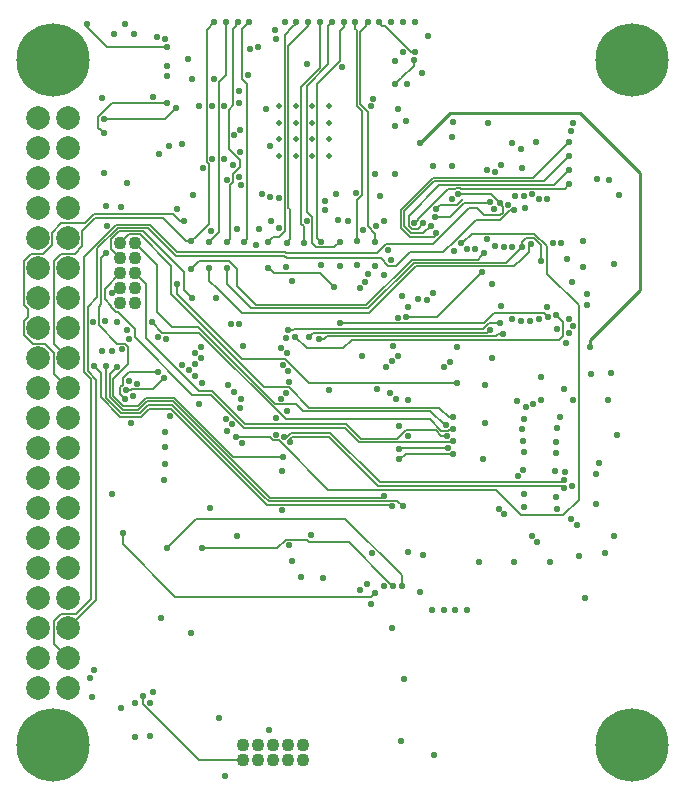
<source format=gbr>
G04 #@! TF.GenerationSoftware,KiCad,Pcbnew,5.1.5+dfsg1-2~bpo10+1*
G04 #@! TF.CreationDate,2020-02-19T22:44:21+01:00*
G04 #@! TF.ProjectId,gem-demo-board,67656d2d-6465-46d6-9f2d-626f6172642e,rev?*
G04 #@! TF.SameCoordinates,Original*
G04 #@! TF.FileFunction,Copper,L4,Inr*
G04 #@! TF.FilePolarity,Positive*
%FSLAX46Y46*%
G04 Gerber Fmt 4.6, Leading zero omitted, Abs format (unit mm)*
G04 Created by KiCad (PCBNEW 5.1.5+dfsg1-2~bpo10+1) date 2020-02-19 22:44:21*
%MOMM*%
%LPD*%
G04 APERTURE LIST*
%ADD10C,1.100000*%
%ADD11C,0.500000*%
%ADD12C,6.200000*%
%ADD13C,2.000000*%
%ADD14C,0.550000*%
%ADD15C,0.150000*%
%ADD16C,0.250000*%
%ADD17C,0.200000*%
G04 APERTURE END LIST*
D10*
X52440000Y-92240000D03*
X52440000Y-93510000D03*
X51170000Y-92240000D03*
X51170000Y-93510000D03*
X49900000Y-92240000D03*
X49900000Y-93510000D03*
X48630000Y-92240000D03*
X48630000Y-93510000D03*
X47360000Y-92240000D03*
X47360000Y-93510000D03*
D11*
X50450000Y-42350000D03*
X51850000Y-42350000D03*
X53250000Y-42350000D03*
X54650000Y-42350000D03*
X50450000Y-40950000D03*
X51850000Y-40950000D03*
X53250000Y-40950000D03*
X54650000Y-40950000D03*
X50450000Y-39550000D03*
X51850000Y-39550000D03*
X53250000Y-39550000D03*
X54650000Y-39550000D03*
X50450000Y-38150000D03*
X51850000Y-38150000D03*
X53250000Y-38150000D03*
X54650000Y-38150000D03*
D10*
X36990000Y-49740000D03*
X38260000Y-49740000D03*
X36990000Y-51010000D03*
X38260000Y-51010000D03*
X36990000Y-52280000D03*
X38260000Y-52280000D03*
X36990000Y-53550000D03*
X38260000Y-53550000D03*
X36990000Y-54820000D03*
X38260000Y-54820000D03*
D12*
X31300000Y-34250000D03*
X31300000Y-92250000D03*
X80300000Y-92250000D03*
X80300000Y-34250000D03*
D13*
X32570000Y-87380000D03*
X30030000Y-87380000D03*
X32570000Y-84840000D03*
X30030000Y-84840000D03*
X32570000Y-82300000D03*
X30030000Y-82300000D03*
X32570000Y-79760000D03*
X30030000Y-79760000D03*
X32570000Y-77220000D03*
X30030000Y-77220000D03*
X32570000Y-74680000D03*
X30030000Y-74680000D03*
X32570000Y-72140000D03*
X30030000Y-72140000D03*
X32570000Y-69600000D03*
X30030000Y-69600000D03*
X32570000Y-67060000D03*
X30030000Y-67060000D03*
X32570000Y-64520000D03*
X30030000Y-64520000D03*
X32570000Y-61980000D03*
X30030000Y-61980000D03*
X32570000Y-59440000D03*
X30030000Y-59440000D03*
X32570000Y-56900000D03*
X30030000Y-56900000D03*
X32570000Y-54360000D03*
X30030000Y-54360000D03*
X32570000Y-51820000D03*
X30030000Y-51820000D03*
X32570000Y-49280000D03*
X30030000Y-49280000D03*
X32570000Y-46740000D03*
X30030000Y-46740000D03*
X32570000Y-44200000D03*
X30030000Y-44200000D03*
X32570000Y-41660000D03*
X30030000Y-41660000D03*
X32570000Y-39120000D03*
X30030000Y-39120000D03*
D14*
X51078649Y-59048649D03*
X69508649Y-72698649D03*
X69835801Y-46504351D03*
X36270000Y-70950000D03*
X68730000Y-49960000D03*
X73970876Y-56979124D03*
X41165000Y-41550000D03*
X35615000Y-43760000D03*
X58274987Y-76000000D03*
X39540000Y-91480000D03*
X39510000Y-88630000D03*
X42770000Y-34120000D03*
X43120000Y-45680000D03*
X53110000Y-74425000D03*
X63580000Y-93040000D03*
X62520000Y-35370000D03*
X58530000Y-43900000D03*
X65290000Y-50370000D03*
X69220000Y-55080000D03*
X74560000Y-62110000D03*
X60300000Y-43850000D03*
X51800000Y-57650000D03*
X74300000Y-49750000D03*
X73900000Y-55800000D03*
X34480494Y-86588254D03*
X34820000Y-85860000D03*
X43700000Y-63375010D03*
X44039117Y-43360883D03*
X75358420Y-56784458D03*
X38200000Y-32050000D03*
X75290000Y-70287510D03*
X74800000Y-51050000D03*
X67900000Y-61750000D03*
X67900000Y-64950000D03*
X67700000Y-68050000D03*
X61400000Y-66050000D03*
X60600000Y-65250000D03*
X61400000Y-63050000D03*
X58700000Y-62050000D03*
X60500000Y-59250000D03*
X60100000Y-58450000D03*
X50200000Y-65950000D03*
X50200000Y-64550000D03*
X51100000Y-63950000D03*
X51300000Y-61450000D03*
X47400000Y-58450000D03*
X51000000Y-57750000D03*
X43900000Y-61550000D03*
X71300000Y-46750000D03*
X76550000Y-55000000D03*
X76550000Y-54000000D03*
X78550000Y-60750000D03*
X78800000Y-51500000D03*
X77300000Y-69250000D03*
X77550000Y-68350000D03*
X78800000Y-74500000D03*
X79050000Y-66000000D03*
X45800000Y-38100000D03*
X44800000Y-38100000D03*
X52300000Y-78000000D03*
X37050000Y-89050000D03*
X55300000Y-45600000D03*
X49800000Y-47850000D03*
X56300000Y-47850000D03*
X57550000Y-48600000D03*
X59300000Y-47850000D03*
X58420000Y-37490000D03*
X60300000Y-39850000D03*
X47135883Y-42014117D03*
X47050000Y-44100000D03*
X45800000Y-42600000D03*
X44800000Y-42600000D03*
X47050000Y-37850000D03*
X47050000Y-36850000D03*
X52800000Y-34600000D03*
X67370000Y-76760000D03*
X70370000Y-76760000D03*
X73370000Y-76760000D03*
X76370000Y-79760000D03*
X51048649Y-62411351D03*
X71831351Y-74521351D03*
X50571351Y-62888649D03*
X72308649Y-74998649D03*
X50761351Y-60081351D03*
X75181351Y-73121351D03*
X51238649Y-60558649D03*
X75658649Y-73598649D03*
X50601351Y-58571351D03*
X69031351Y-72221351D03*
X58270000Y-80250000D03*
X60750000Y-91910000D03*
X58995876Y-45725876D03*
X50670000Y-72350010D03*
X37058471Y-46666283D03*
X41810000Y-46850000D03*
X74700000Y-58220000D03*
X51520000Y-76670000D03*
X75260000Y-53060000D03*
X38920000Y-88060000D03*
X54300000Y-46150000D03*
X59889124Y-51160876D03*
X46875000Y-48550000D03*
X61400000Y-55150000D03*
X79200000Y-45650000D03*
X54700000Y-62150000D03*
X62370000Y-79310000D03*
X59970000Y-82360000D03*
X66370000Y-80760000D03*
X44600000Y-72160000D03*
X73137500Y-46000000D03*
X64888649Y-59761351D03*
X66382500Y-50220000D03*
X59501351Y-60208649D03*
X67057500Y-50220000D03*
X59978649Y-59731351D03*
X69482500Y-50080000D03*
X60328649Y-62908649D03*
X70157500Y-50080000D03*
X59851351Y-62431351D03*
X72462500Y-46000000D03*
X64411351Y-60238649D03*
X77245010Y-71809999D03*
X74997079Y-57354610D03*
X46654986Y-40594838D03*
X75000000Y-56150000D03*
X47139654Y-40125010D03*
X62390000Y-41270000D03*
X76800000Y-58500000D03*
X76816211Y-60834772D03*
X74600000Y-70487500D03*
X51338649Y-66588649D03*
X74600000Y-69812500D03*
X50861351Y-66111351D03*
X42420000Y-47875000D03*
X45920000Y-31040000D03*
X71790000Y-49840000D03*
X44550000Y-49600000D03*
X44550000Y-51840000D03*
X73600000Y-49750000D03*
X45090000Y-54365000D03*
X46930000Y-31040000D03*
X46040000Y-49650000D03*
X46040000Y-51800000D03*
X72660000Y-51280000D03*
X71000000Y-50050000D03*
X65845261Y-49696491D03*
X70980000Y-43410000D03*
X46800000Y-66150000D03*
X41200871Y-64399386D03*
X72200000Y-41150000D03*
X70428868Y-45717220D03*
X38100000Y-62647018D03*
X57294393Y-53569252D03*
X46030000Y-65610000D03*
X38380000Y-61630000D03*
X57719475Y-53044912D03*
X71160000Y-45780000D03*
X46500000Y-65035010D03*
X71880000Y-45605010D03*
X57970000Y-52370000D03*
X45940000Y-64600000D03*
X37705000Y-61380000D03*
X47910000Y-31040000D03*
X61222746Y-55994857D03*
X47090000Y-56590000D03*
X47480000Y-49620000D03*
X67616541Y-52166541D03*
X44930000Y-31040000D03*
X42980000Y-49580000D03*
X42990000Y-51900000D03*
X67810000Y-50575000D03*
X55950000Y-31040000D03*
X53840000Y-57860000D03*
X54020000Y-51590000D03*
X54010000Y-49600000D03*
X69400000Y-57450000D03*
X53920000Y-31040000D03*
X51207227Y-57107594D03*
X51530000Y-52930000D03*
X52570000Y-49680000D03*
X69190000Y-56499999D03*
X51888000Y-31040000D03*
X49550000Y-51830000D03*
X49490000Y-49670000D03*
X57900000Y-78600000D03*
X55100000Y-53450000D03*
X40750000Y-65710000D03*
X40790000Y-67000000D03*
X48480000Y-49860000D03*
X59300000Y-52430000D03*
X47825000Y-35475000D03*
X59700000Y-50300000D03*
X60550000Y-56050000D03*
X46050000Y-44400000D03*
X44650000Y-48675000D03*
X46900000Y-74550000D03*
X40750000Y-68410000D03*
X56890000Y-31040000D03*
X57040000Y-51600000D03*
X57080000Y-49590000D03*
X57280000Y-79110000D03*
X54930000Y-31040000D03*
X73210000Y-55970000D03*
X55640000Y-56525000D03*
X46390000Y-56590000D03*
X55590000Y-51630000D03*
X55600000Y-49600000D03*
X52900000Y-31040000D03*
X52990000Y-57650000D03*
X51070000Y-51790000D03*
X51080000Y-49690000D03*
X68340000Y-57070000D03*
X43700000Y-38150000D03*
X49000000Y-45550000D03*
X49703749Y-45851874D03*
X43050000Y-35850000D03*
X39800000Y-37350000D03*
X37535000Y-44680000D03*
X50474990Y-45950000D03*
X35770000Y-50610000D03*
X43020000Y-82710000D03*
X50700000Y-69050000D03*
X50800000Y-67850000D03*
X75300000Y-63000000D03*
X78300000Y-63000000D03*
X78050000Y-76000000D03*
X45400000Y-89920000D03*
X75820000Y-76260000D03*
X38280000Y-91550000D03*
X38270000Y-88630000D03*
X39790000Y-87700000D03*
X40420000Y-81460000D03*
X34625000Y-88175000D03*
X51280000Y-75300000D03*
X59294989Y-78760000D03*
X74250021Y-64490000D03*
X72450000Y-56130000D03*
X73975010Y-65410000D03*
X71720000Y-56310000D03*
X73900000Y-66560000D03*
X70900000Y-56310000D03*
X73900000Y-67520000D03*
X70130000Y-56130000D03*
X40975020Y-75510000D03*
X68510000Y-53170000D03*
X73100000Y-55150000D03*
X60820000Y-78759996D03*
X43920000Y-75560000D03*
X68436316Y-59493684D03*
X72610000Y-61050000D03*
X60070000Y-78759994D03*
X70560000Y-63060000D03*
X74020000Y-72280000D03*
X71324748Y-63604339D03*
X73880000Y-71220000D03*
X71950000Y-63350000D03*
X74660000Y-69110000D03*
X72600000Y-63020000D03*
X73840000Y-68990000D03*
X43800000Y-59500000D03*
X49570000Y-90980000D03*
X43300000Y-60000000D03*
X43300000Y-59000000D03*
X43800000Y-58500000D03*
X60940000Y-31040000D03*
X63020000Y-32160000D03*
X61950000Y-31040000D03*
X36260000Y-58884659D03*
X35710000Y-56360000D03*
X47150000Y-63650000D03*
X37181843Y-58714583D03*
X36729124Y-56440876D03*
X47200000Y-62900000D03*
X40158916Y-57648667D03*
X34710000Y-56390000D03*
X46600000Y-62300000D03*
X47274980Y-66675000D03*
X42210000Y-60080000D03*
X45870000Y-94810000D03*
X46130000Y-61730000D03*
X43300000Y-61000000D03*
X42790000Y-60490000D03*
X40960000Y-33130000D03*
X57490000Y-59270000D03*
X34170000Y-31210000D03*
X36730000Y-60220000D03*
X59339444Y-71125000D03*
X35820330Y-60109670D03*
X60900000Y-72000000D03*
X34780000Y-60170000D03*
X60050000Y-72000000D03*
X65500000Y-58550000D03*
X71154767Y-64655233D03*
X71050000Y-65480000D03*
X71120000Y-66510000D03*
X71200000Y-67430000D03*
X41775000Y-53220000D03*
X61400000Y-75922500D03*
X62630000Y-76110000D03*
X65500000Y-61550000D03*
X71090000Y-68920000D03*
X70677779Y-69487500D03*
X71210000Y-70960000D03*
X71160000Y-72050000D03*
X65200000Y-64450000D03*
X64559637Y-65150000D03*
X39663251Y-56450000D03*
X36270000Y-53970000D03*
X65200000Y-65450000D03*
X64639844Y-66100001D03*
X65162623Y-66527000D03*
X60600000Y-67150000D03*
X64722702Y-67072702D03*
X43040000Y-54380000D03*
X40850000Y-57830000D03*
X60600000Y-68050000D03*
X65200000Y-67550000D03*
X48670000Y-33130000D03*
X58640000Y-48270000D03*
X52800000Y-47850000D03*
X61200000Y-39350000D03*
X60300000Y-34350000D03*
X55800000Y-34850000D03*
X49670000Y-41500000D03*
X46550000Y-43100000D03*
X47960000Y-33280000D03*
X50175426Y-32482515D03*
X40829710Y-32467692D03*
X35430000Y-37460000D03*
X60500000Y-38350000D03*
X44900000Y-35850000D03*
X50910000Y-31040000D03*
X49360000Y-38390000D03*
X47200000Y-44850000D03*
X58200000Y-38150000D03*
X55400000Y-47750000D03*
X57000000Y-45450000D03*
X57950000Y-31040000D03*
X37199999Y-74260000D03*
X58570000Y-51650000D03*
X58570000Y-49630000D03*
X58540000Y-79390000D03*
X54200000Y-78050000D03*
X40070000Y-32249999D03*
X37910000Y-64920000D03*
X37390000Y-31200000D03*
X40970000Y-34700000D03*
X36460000Y-32040000D03*
X37400000Y-62890000D03*
X40230047Y-60679952D03*
X40250001Y-42160000D03*
X35615000Y-40435000D03*
X37598248Y-57050000D03*
X35915200Y-48255200D03*
X40970000Y-37870000D03*
X37706633Y-57868702D03*
X40920000Y-35540000D03*
X35780000Y-46550000D03*
X41750000Y-38275000D03*
X35615000Y-39260000D03*
X35420000Y-58870000D03*
X37484989Y-62174989D03*
X40717558Y-61146814D03*
X42240000Y-41360000D03*
X78350000Y-44350000D03*
X68120000Y-39560000D03*
X75320656Y-39557156D03*
X77350000Y-44300000D03*
X75170000Y-40210000D03*
X68070000Y-43510000D03*
X76178459Y-49591541D03*
X76210000Y-51720000D03*
X70170000Y-41290000D03*
X63370000Y-80809998D03*
X69272500Y-43107500D03*
X70890000Y-41787500D03*
X64370000Y-80760000D03*
X68709454Y-43710000D03*
X61020000Y-86650000D03*
X65370000Y-80810000D03*
X68675000Y-46869124D03*
X63760000Y-46810000D03*
X68043524Y-49397625D03*
X60840000Y-54199999D03*
X63620000Y-47490000D03*
X62240000Y-54480000D03*
X68292341Y-46232341D03*
X62970000Y-54580000D03*
X65120002Y-43210000D03*
X65125001Y-40760000D03*
X63490000Y-53930000D03*
X63440000Y-43200000D03*
X65170000Y-39509994D03*
X63772124Y-48866124D03*
X75000000Y-41150000D03*
X63300000Y-48250000D03*
X75000000Y-42325000D03*
X62659637Y-48036546D03*
X75000000Y-43550000D03*
X61900000Y-48050000D03*
X75000000Y-44750000D03*
X58910000Y-31040000D03*
X50474990Y-48475000D03*
X61320000Y-36260000D03*
X61970000Y-33510000D03*
X59900000Y-31040000D03*
X61860000Y-34250000D03*
X60275000Y-36270000D03*
X48775000Y-48575000D03*
X60970000Y-33590000D03*
X65116356Y-46017947D03*
X70370000Y-46930000D03*
X69150000Y-46340000D03*
X65630000Y-45580000D03*
X50090000Y-31710000D03*
X54360000Y-46950000D03*
X40730000Y-69820000D03*
D15*
X74522078Y-57582611D02*
X74522078Y-56422078D01*
X74522078Y-56422078D02*
X73900000Y-55800000D01*
X73400000Y-57950000D02*
X73180000Y-57950000D01*
X73180000Y-57950000D02*
X56600000Y-57950000D01*
X74154689Y-57950000D02*
X74522078Y-57582611D01*
X73180000Y-57950000D02*
X74154689Y-57950000D01*
X56600000Y-57950000D02*
X55900000Y-58650000D01*
X52800000Y-58650000D02*
X51800000Y-57650000D01*
X55900000Y-58650000D02*
X52800000Y-58650000D01*
X38920000Y-88735602D02*
X38920000Y-88448908D01*
X43694398Y-93510000D02*
X38920000Y-88735602D01*
X38920000Y-88448908D02*
X38920000Y-88060000D01*
X47360000Y-93510000D02*
X43694398Y-93510000D01*
D16*
X81040000Y-53670000D02*
X76800000Y-57910000D01*
X76800000Y-57910000D02*
X76800000Y-58500000D01*
X81040000Y-43820000D02*
X81040000Y-53670000D01*
X75950000Y-38730000D02*
X81040000Y-43820000D01*
X64930000Y-38730000D02*
X75950000Y-38730000D01*
X62390000Y-41270000D02*
X64930000Y-38730000D01*
D17*
X58832690Y-70312500D02*
X74425000Y-70312500D01*
X74425000Y-70312500D02*
X74600000Y-70487500D01*
X54632690Y-66112500D02*
X58832690Y-70312500D01*
X51567310Y-66112500D02*
X54632690Y-66112500D01*
X51338649Y-66588649D02*
X51338649Y-66341161D01*
X51338649Y-66341161D02*
X51567310Y-66112500D01*
X74425000Y-69987500D02*
X74600000Y-69812500D01*
X50861351Y-66111351D02*
X51108839Y-66111351D01*
X54767310Y-65787500D02*
X58967310Y-69987500D01*
X51108839Y-66111351D02*
X51432690Y-65787500D01*
X58967310Y-69987500D02*
X74425000Y-69987500D01*
X51432690Y-65787500D02*
X54767310Y-65787500D01*
D15*
X34015078Y-48070000D02*
X32003998Y-48070000D01*
X32003998Y-48070000D02*
X31230001Y-48843997D01*
X31369999Y-59003997D02*
X31369999Y-60779999D01*
X31230001Y-48843997D02*
X31230001Y-49856001D01*
X29185000Y-55291002D02*
X29185000Y-55968998D01*
X28829999Y-56323999D02*
X28829999Y-57476001D01*
X31230001Y-49856001D02*
X30466003Y-50619999D01*
X28829999Y-57476001D02*
X29593997Y-58239999D01*
X30466003Y-50619999D02*
X29453999Y-50619999D01*
X29453999Y-50619999D02*
X28829999Y-51243999D01*
X28829999Y-51243999D02*
X28829999Y-54936001D01*
X28829999Y-54936001D02*
X29185000Y-55291002D01*
X31369999Y-60779999D02*
X31570001Y-60980001D01*
X29185000Y-55968998D02*
X28829999Y-56323999D01*
X29593997Y-58239999D02*
X30606001Y-58239999D01*
X30606001Y-58239999D02*
X31369999Y-59003997D01*
X31570001Y-60980001D02*
X32570000Y-61980000D01*
X42420000Y-47875000D02*
X42031092Y-47875000D01*
X41456082Y-47299990D02*
X34785088Y-47299990D01*
X42031092Y-47875000D02*
X41456082Y-47299990D01*
X34785088Y-47299990D02*
X34015078Y-48070000D01*
X45930000Y-35523002D02*
X45930000Y-32030000D01*
X45930000Y-32030000D02*
X45920000Y-32020000D01*
X45930000Y-32030000D02*
X45930000Y-31540000D01*
X45920000Y-32020000D02*
X45920000Y-31040000D01*
X71630000Y-50000000D02*
X71790000Y-49840000D01*
X71630000Y-50460000D02*
X71630000Y-50000000D01*
X70740000Y-51350000D02*
X71630000Y-50460000D01*
X70700000Y-51350000D02*
X70740000Y-51350000D01*
X47300000Y-55650000D02*
X45800000Y-54150000D01*
X70700000Y-51350000D02*
X70380000Y-51670000D01*
X58100000Y-55650000D02*
X47300000Y-55650000D01*
X62080000Y-51670000D02*
X58100000Y-55650000D01*
X70380000Y-51670000D02*
X62080000Y-51670000D01*
X45800000Y-54150000D02*
X45305000Y-53655000D01*
X45324999Y-48825001D02*
X45324999Y-36128003D01*
X44550000Y-49600000D02*
X45324999Y-48825001D01*
X45324999Y-36128003D02*
X45930000Y-35523002D01*
X45305000Y-53655000D02*
X45200000Y-53550000D01*
X44550000Y-51840000D02*
X44550000Y-52900000D01*
X44550000Y-52900000D02*
X45305000Y-53655000D01*
X46830000Y-31120000D02*
X46930000Y-31020000D01*
X46830000Y-31370000D02*
X46830000Y-31120000D01*
X71000000Y-49661092D02*
X71391092Y-49270000D01*
X71000000Y-50050000D02*
X71000000Y-49661092D01*
X72030000Y-49270000D02*
X72660000Y-49900000D01*
X71391092Y-49270000D02*
X72030000Y-49270000D01*
X72660000Y-49900000D02*
X72660000Y-51280000D01*
X48100000Y-55250000D02*
X58000000Y-55250000D01*
X46530000Y-53680000D02*
X48100000Y-55250000D01*
X58000000Y-55250000D02*
X61855010Y-51394990D01*
X61855010Y-51394990D02*
X69655010Y-51394990D01*
X69655010Y-51394990D02*
X71000000Y-50050000D01*
X46574999Y-31625001D02*
X46830000Y-31370000D01*
X46179985Y-38473015D02*
X46574999Y-38078001D01*
X46906998Y-43540000D02*
X47150000Y-43296998D01*
X47150000Y-42731236D02*
X46179985Y-41761221D01*
X46179985Y-41761221D02*
X46179985Y-38473015D01*
X47150000Y-43296998D02*
X47150000Y-42731236D01*
X46574999Y-38078001D02*
X46574999Y-31625001D01*
X46314999Y-49375001D02*
X46314999Y-44838003D01*
X46574999Y-43871999D02*
X46906998Y-43540000D01*
X46040000Y-49650000D02*
X46314999Y-49375001D01*
X46574999Y-44578003D02*
X46574999Y-43871999D01*
X46314999Y-44838003D02*
X46574999Y-44578003D01*
X46530000Y-53680000D02*
X46400000Y-53550000D01*
X46040000Y-51800000D02*
X46040000Y-53190000D01*
X46040000Y-53190000D02*
X46530000Y-53680000D01*
X65891752Y-49650000D02*
X65845261Y-49696491D01*
X66060000Y-49650000D02*
X65891752Y-49650000D01*
X66787376Y-48922624D02*
X66060000Y-49650000D01*
X72071546Y-48922624D02*
X66787376Y-48922624D01*
X49696998Y-66150000D02*
X49971999Y-66425001D01*
X46800000Y-66150000D02*
X49696998Y-66150000D01*
X68772510Y-70612510D02*
X70920000Y-72760000D01*
X73135001Y-49986079D02*
X72071546Y-48922624D01*
X70920000Y-72760000D02*
X74520000Y-72760000D01*
X50428001Y-66425001D02*
X54615510Y-70612510D01*
X74520000Y-72760000D02*
X75833421Y-71446579D01*
X54615510Y-70612510D02*
X68772510Y-70612510D01*
X49971999Y-66425001D02*
X50428001Y-66425001D01*
X75833421Y-71446579D02*
X75833421Y-55003421D01*
X75833421Y-55003421D02*
X73135001Y-52305001D01*
X73135001Y-52305001D02*
X73135001Y-49986079D01*
X47754999Y-49345001D02*
X47754999Y-36248003D01*
X47480000Y-49620000D02*
X47754999Y-49345001D01*
X47349999Y-31600001D02*
X47910000Y-31040000D01*
X47754999Y-36248003D02*
X47349999Y-35843003D01*
X47349999Y-35843003D02*
X47349999Y-31600001D01*
X67616541Y-52166541D02*
X63788225Y-55994857D01*
X63788225Y-55994857D02*
X61222746Y-55994857D01*
X40586092Y-47575000D02*
X34899000Y-47575000D01*
X33770001Y-49995999D02*
X33146001Y-50619999D01*
X34899000Y-47575000D02*
X33770001Y-48703999D01*
X33770001Y-48703999D02*
X33770001Y-49995999D01*
X31369999Y-51243999D02*
X31369999Y-58239999D01*
X33146001Y-50619999D02*
X31993999Y-50619999D01*
X31369999Y-58239999D02*
X31570001Y-58440001D01*
X31993999Y-50619999D02*
X31369999Y-51243999D01*
X31570001Y-58440001D02*
X32570000Y-59440000D01*
X42980000Y-49580000D02*
X42591092Y-49580000D01*
X42591092Y-49580000D02*
X40586092Y-47575000D01*
X44630000Y-31420000D02*
X44630000Y-31390000D01*
X44630000Y-31390000D02*
X44930000Y-31090000D01*
X46870000Y-53330000D02*
X48514990Y-54974990D01*
X48514990Y-54974990D02*
X57843932Y-54974990D01*
X57843932Y-54974990D02*
X61698942Y-51119980D01*
X46870000Y-51926998D02*
X46870000Y-53330000D01*
X46203002Y-51260000D02*
X46870000Y-51926998D01*
X43630000Y-51260000D02*
X46203002Y-51260000D01*
X67535001Y-50849999D02*
X67810000Y-50575000D01*
X42990000Y-51900000D02*
X43630000Y-51260000D01*
X61698942Y-51119980D02*
X67265020Y-51119980D01*
X67265020Y-51119980D02*
X67535001Y-50849999D01*
X44324999Y-31725001D02*
X44630000Y-31420000D01*
X43323001Y-49305001D02*
X44514118Y-48113884D01*
X44514118Y-43017120D02*
X44324999Y-42828001D01*
X43254999Y-49305001D02*
X43323001Y-49305001D01*
X42980000Y-49580000D02*
X43254999Y-49305001D01*
X44514118Y-48113884D02*
X44514118Y-43017120D01*
X44324999Y-42828001D02*
X44324999Y-31725001D01*
X53840000Y-57860000D02*
X54228908Y-57860000D01*
X54483897Y-57605011D02*
X68856081Y-57605011D01*
X68856081Y-57605011D02*
X69011092Y-57450000D01*
X69011092Y-57450000D02*
X69400000Y-57450000D01*
X54228908Y-57860000D02*
X54483897Y-57605011D01*
X55950000Y-31420000D02*
X55950000Y-31070000D01*
X55604990Y-31765010D02*
X55950000Y-31420000D01*
X54010000Y-49600000D02*
X53700001Y-49290001D01*
X55604990Y-34345010D02*
X55604990Y-31765010D01*
X53700001Y-49290001D02*
X53700001Y-36249999D01*
X53700001Y-36249999D02*
X55604990Y-34345010D01*
X53940000Y-31100000D02*
X53920000Y-31080000D01*
X53940000Y-31250000D02*
X53940000Y-31100000D01*
X53940000Y-34870000D02*
X53940000Y-31250000D01*
X52324999Y-36485001D02*
X53940000Y-34870000D01*
X52324999Y-43345001D02*
X52324999Y-36485001D01*
X52570000Y-48323002D02*
X52324999Y-48078001D01*
X52570000Y-49680000D02*
X52570000Y-48323002D01*
X52324999Y-48078001D02*
X52324999Y-43345001D01*
X51207227Y-57107594D02*
X51596135Y-57107594D01*
X68206999Y-56499999D02*
X68801092Y-56499999D01*
X51596135Y-57107594D02*
X51703728Y-57000001D01*
X67706997Y-57000001D02*
X68206999Y-56499999D01*
X51703728Y-57000001D02*
X67706997Y-57000001D01*
X68801092Y-56499999D02*
X69190000Y-56499999D01*
X55100000Y-53450000D02*
X53915001Y-52265001D01*
X53915001Y-52265001D02*
X49985001Y-52265001D01*
X49985001Y-52265001D02*
X49824999Y-52104999D01*
X49824999Y-52104999D02*
X49550000Y-51830000D01*
X55000000Y-53550000D02*
X55100000Y-53450000D01*
X51565000Y-31463000D02*
X51888000Y-31140000D01*
X50950000Y-32078000D02*
X51565000Y-31463000D01*
X49945001Y-49214999D02*
X50463003Y-49214999D01*
X49490000Y-49670000D02*
X49945001Y-49214999D01*
X50950000Y-48728002D02*
X50950000Y-32078000D01*
X50463003Y-49214999D02*
X50950000Y-48728002D01*
X57040000Y-31720000D02*
X56890000Y-31570000D01*
X56890000Y-31570000D02*
X56890000Y-31030000D01*
X57475001Y-38565001D02*
X57040000Y-38130000D01*
X57040000Y-38130000D02*
X57040000Y-31720000D01*
X57475001Y-45678001D02*
X57475001Y-38565001D01*
X57080000Y-48833002D02*
X57074999Y-48828001D01*
X57074999Y-46078003D02*
X57475001Y-45678001D01*
X57080000Y-49590000D02*
X57080000Y-48833002D01*
X57074999Y-48828001D02*
X57074999Y-46078003D01*
X53275001Y-49755001D02*
X53275001Y-47555001D01*
X53595001Y-50075001D02*
X53275001Y-49755001D01*
X53275001Y-47555001D02*
X52799999Y-47079999D01*
X52799999Y-47079999D02*
X52799999Y-36398923D01*
X55600000Y-49600000D02*
X55124999Y-50075001D01*
X55124999Y-50075001D02*
X53595001Y-50075001D01*
X52799999Y-36398923D02*
X54620000Y-34578922D01*
X54620000Y-34578922D02*
X54620000Y-31360000D01*
X54620000Y-31360000D02*
X54930000Y-31050000D01*
X55640000Y-56525000D02*
X67793076Y-56525000D01*
X72935001Y-55695001D02*
X73210000Y-55970000D01*
X67793076Y-56525000D02*
X68663077Y-55654999D01*
X68663077Y-55654999D02*
X72894999Y-55654999D01*
X72894999Y-55654999D02*
X72935001Y-55695001D01*
X51225010Y-33014990D02*
X52870000Y-31370000D01*
X51225010Y-46725010D02*
X51225010Y-33014990D01*
X51354999Y-49415001D02*
X51354999Y-46854999D01*
X51080000Y-49690000D02*
X51354999Y-49415001D01*
X51354999Y-46854999D02*
X51225010Y-46725010D01*
X52990000Y-57650000D02*
X53310000Y-57330000D01*
X53310000Y-57330000D02*
X68080000Y-57330000D01*
X68080000Y-57330000D02*
X68340000Y-57070000D01*
X52870000Y-31070000D02*
X52900000Y-31040000D01*
X52870000Y-31370000D02*
X52870000Y-31070000D01*
X50800000Y-67850000D02*
X46588922Y-67850000D01*
X46588922Y-67850000D02*
X41588902Y-62849980D01*
X35495001Y-50884999D02*
X35770000Y-50610000D01*
X37230000Y-63500000D02*
X37009988Y-63279988D01*
X36395010Y-62655010D02*
X36395010Y-61257992D01*
X37009988Y-63279988D02*
X37009988Y-63269988D01*
X36395010Y-61257992D02*
X37656844Y-59996158D01*
X37656844Y-59996158D02*
X37656844Y-58486582D01*
X37009988Y-63269988D02*
X36395010Y-62655010D01*
X38501078Y-63500000D02*
X37230000Y-63500000D01*
X35410000Y-50970000D02*
X35495001Y-50884999D01*
X35185001Y-55104999D02*
X35410000Y-54880000D01*
X41588902Y-62849980D02*
X39151098Y-62849980D01*
X36746580Y-58239582D02*
X35185001Y-56678003D01*
X35410000Y-54880000D02*
X35410000Y-50970000D01*
X35185001Y-56678003D02*
X35185001Y-55104999D01*
X37656844Y-58486582D02*
X37409844Y-58239582D01*
X39151098Y-62849980D02*
X38501078Y-63500000D01*
X37409844Y-58239582D02*
X36746580Y-58239582D01*
X56048906Y-73100000D02*
X60820000Y-77871094D01*
X60820000Y-78371088D02*
X60820000Y-78759996D01*
X43385020Y-73100000D02*
X56048906Y-73100000D01*
X60820000Y-77871094D02*
X60820000Y-78371088D01*
X40975020Y-75510000D02*
X43385020Y-73100000D01*
X59795001Y-78484995D02*
X60070000Y-78759994D01*
X53011998Y-75030000D02*
X56340006Y-75030000D01*
X56340006Y-75030000D02*
X59795001Y-78484995D01*
X51025001Y-74824999D02*
X52806997Y-74824999D01*
X52806997Y-74824999D02*
X53011998Y-75030000D01*
X43920000Y-75560000D02*
X50290000Y-75560000D01*
X50290000Y-75560000D02*
X51025001Y-74824999D01*
X34170000Y-31410000D02*
X35890000Y-33130000D01*
X34170000Y-31210000D02*
X34170000Y-31410000D01*
X35890000Y-33130000D02*
X40960000Y-33130000D01*
X38520000Y-63870000D02*
X37200000Y-63870000D01*
X36120000Y-60830000D02*
X36730000Y-60220000D01*
X39265010Y-63124990D02*
X38520000Y-63870000D01*
X59339444Y-71125000D02*
X59164444Y-71300000D01*
X37200000Y-63870000D02*
X36120000Y-62790000D01*
X59164444Y-71300000D02*
X49650000Y-71300000D01*
X49650000Y-71300000D02*
X41474990Y-63124990D01*
X36120000Y-62790000D02*
X36120000Y-60830000D01*
X41474990Y-63124990D02*
X39265010Y-63124990D01*
X39378923Y-63400001D02*
X38633913Y-64145011D01*
X35820330Y-60498578D02*
X35820330Y-60109670D01*
X38633913Y-64145011D02*
X37086086Y-64145010D01*
X41350000Y-63400000D02*
X39378923Y-63400001D01*
X37086086Y-64145010D02*
X35820330Y-62879254D01*
X35820330Y-62879254D02*
X35820330Y-60498578D01*
X60424999Y-71524999D02*
X60900000Y-72000000D01*
X57750000Y-71600000D02*
X59788922Y-71600000D01*
X59863923Y-71524999D02*
X60424999Y-71524999D01*
X59788922Y-71600000D02*
X59863923Y-71524999D01*
X49561078Y-71600000D02*
X57750000Y-71600000D01*
X41350000Y-63400000D02*
X49200000Y-71250000D01*
X49200000Y-71250000D02*
X49211078Y-71250000D01*
X49211078Y-71250000D02*
X49561078Y-71600000D01*
X41250000Y-63400000D02*
X41350000Y-63400000D01*
X35350000Y-60700000D02*
X34980000Y-60330000D01*
X35350000Y-62797848D02*
X35350000Y-60700000D01*
X36972172Y-64420020D02*
X35350000Y-62797848D01*
X38747825Y-64420021D02*
X36972172Y-64420020D01*
X39420000Y-63747848D02*
X38747825Y-64420021D01*
X60050000Y-72000000D02*
X59925010Y-71875010D01*
X59925010Y-71875010D02*
X49425010Y-71875010D01*
X49425010Y-71875010D02*
X41297848Y-63747848D01*
X41297848Y-63747848D02*
X39420000Y-63747848D01*
X53000000Y-61550000D02*
X50973650Y-59523650D01*
X41775000Y-54025000D02*
X41775000Y-53220000D01*
X65500000Y-61550000D02*
X53000000Y-61550000D01*
X50973650Y-59523650D02*
X47273650Y-59523650D01*
X47273650Y-59523650D02*
X41775000Y-54025000D01*
X41299999Y-51639999D02*
X41300000Y-54050000D01*
X37740001Y-48989999D02*
X38649999Y-48989999D01*
X38649999Y-48989999D02*
X41299999Y-51639999D01*
X41300000Y-54050000D02*
X49175001Y-61925001D01*
X36990000Y-49740000D02*
X37740001Y-48989999D01*
X49175001Y-61925001D02*
X51265301Y-61925001D01*
X51265301Y-61925001D02*
X52990300Y-63650000D01*
X52990300Y-63650000D02*
X64011092Y-63650000D01*
X64011092Y-63650000D02*
X64811092Y-64450000D01*
X64811092Y-64450000D02*
X65200000Y-64450000D01*
X40080000Y-55530000D02*
X41400000Y-56850000D01*
X41400000Y-56850000D02*
X43600000Y-56850000D01*
X40080000Y-51560000D02*
X40080000Y-55530000D01*
X38260000Y-49740000D02*
X40080000Y-51560000D01*
X51913650Y-63363650D02*
X52475010Y-63925010D01*
X43600000Y-56850000D02*
X50113650Y-63363650D01*
X50113650Y-63363650D02*
X51913650Y-63363650D01*
X52475010Y-63925010D02*
X54300000Y-63925010D01*
X54300000Y-63925010D02*
X54100000Y-63925010D01*
X61224990Y-63925010D02*
X54300000Y-63925010D01*
X64559637Y-65236546D02*
X63248101Y-63925010D01*
X63248101Y-63925010D02*
X61224990Y-63925010D01*
X40575001Y-57325001D02*
X40538252Y-57325001D01*
X40538252Y-57325001D02*
X39663251Y-56450000D01*
X36690000Y-53550000D02*
X36270000Y-53970000D01*
X36990000Y-53550000D02*
X36690000Y-53550000D01*
X51000000Y-64650000D02*
X43675001Y-57325001D01*
X43675001Y-57325001D02*
X40575001Y-57325001D01*
X63188792Y-64650000D02*
X51000000Y-64650000D01*
X64163793Y-65625001D02*
X63188792Y-64650000D01*
X65200000Y-65450000D02*
X64962639Y-65450000D01*
X64787638Y-65625001D02*
X64163793Y-65625001D01*
X64962639Y-65450000D02*
X64787638Y-65625001D01*
X64600000Y-66040000D02*
X64639844Y-66079844D01*
X63724869Y-65574999D02*
X64189870Y-66040000D01*
X61171999Y-65574999D02*
X63724869Y-65574999D01*
X64639844Y-66079844D02*
X64639844Y-66100001D01*
X39160000Y-53170000D02*
X39160000Y-57733002D01*
X64189870Y-66040000D02*
X64600000Y-66040000D01*
X38819999Y-52829999D02*
X39160000Y-53170000D01*
X38809999Y-52829999D02*
X38819999Y-52829999D01*
X60446420Y-66300578D02*
X61171999Y-65574999D01*
X39160000Y-57733002D02*
X43666998Y-62240000D01*
X38260000Y-52280000D02*
X38809999Y-52829999D01*
X43666998Y-62240000D02*
X44778922Y-62240000D01*
X44778922Y-62240000D02*
X47563923Y-65025001D01*
X47563923Y-65025001D02*
X56095001Y-65025001D01*
X56095001Y-65025001D02*
X57370578Y-66300578D01*
X57370578Y-66300578D02*
X60446420Y-66300578D01*
X36239999Y-55019999D02*
X36239999Y-55180001D01*
X36239999Y-55180001D02*
X36629999Y-55570001D01*
X35685010Y-54465010D02*
X36239999Y-55019999D01*
X36990000Y-52280000D02*
X35685010Y-53584990D01*
X35685010Y-53584990D02*
X35685010Y-54465010D01*
X36629999Y-55570001D02*
X36790001Y-55570001D01*
X38219382Y-57669382D02*
X43100000Y-62550000D01*
X43100000Y-62550000D02*
X44700000Y-62550000D01*
X36790001Y-55570001D02*
X38219382Y-56999382D01*
X38219382Y-56999382D02*
X38219382Y-57669382D01*
X44700000Y-62550000D02*
X46500000Y-64350000D01*
X46500000Y-64350000D02*
X46400000Y-64250000D01*
X47500000Y-65350000D02*
X46500000Y-64350000D01*
X64867366Y-66575588D02*
X57225588Y-66575588D01*
X64915954Y-66527000D02*
X64867366Y-66575588D01*
X57225588Y-66575588D02*
X56000000Y-65350000D01*
X65162623Y-66527000D02*
X64915954Y-66527000D01*
X56000000Y-65350000D02*
X47500000Y-65350000D01*
X64722702Y-67072702D02*
X60677298Y-67072702D01*
X60677298Y-67072702D02*
X60600000Y-67150000D01*
X36905007Y-48714991D02*
X38944991Y-48714991D01*
X36239999Y-49379999D02*
X36905007Y-48714991D01*
X38944991Y-48714991D02*
X42394999Y-52164999D01*
X36990000Y-51010000D02*
X36239999Y-50259999D01*
X42394999Y-53734999D02*
X43040000Y-54380000D01*
X36239999Y-50259999D02*
X36239999Y-49379999D01*
X42394999Y-52164999D02*
X42394999Y-53734999D01*
X61200000Y-67550000D02*
X60700000Y-68050000D01*
X60700000Y-68050000D02*
X60600000Y-68050000D01*
X65200000Y-67550000D02*
X61200000Y-67550000D01*
X37199999Y-74260000D02*
X37199999Y-75238908D01*
X58260000Y-79670000D02*
X58540000Y-79390000D01*
X37199999Y-75238908D02*
X41631091Y-79670000D01*
X41631091Y-79670000D02*
X58260000Y-79670000D01*
X57970000Y-38623002D02*
X57315010Y-37968012D01*
X57315010Y-37968012D02*
X57315010Y-31814990D01*
X58570000Y-49630000D02*
X58570000Y-48916998D01*
X57970000Y-48316998D02*
X57970000Y-38623002D01*
X58570000Y-48916998D02*
X57970000Y-48316998D01*
X57800000Y-31330000D02*
X57800000Y-31160000D01*
X57800000Y-31160000D02*
X57950000Y-31010000D01*
X57315010Y-31814990D02*
X57800000Y-31330000D01*
X39489952Y-60679952D02*
X39841139Y-60679952D01*
X38627046Y-60679952D02*
X39489952Y-60679952D01*
X37229999Y-61726977D02*
X37229999Y-61151999D01*
X37009988Y-61946988D02*
X37193488Y-61763488D01*
X37193488Y-61763488D02*
X37229999Y-61726977D01*
X37229999Y-61151999D02*
X37702046Y-60679952D01*
X37702046Y-60679952D02*
X39489952Y-60679952D01*
X37400000Y-62890000D02*
X37009988Y-62499988D01*
X39841139Y-60679952D02*
X40230047Y-60679952D01*
X37009988Y-62499988D02*
X37009988Y-61946988D01*
X40970000Y-37870000D02*
X36301998Y-37870000D01*
X36301998Y-37870000D02*
X35139999Y-39031999D01*
X35139999Y-39959999D02*
X35340001Y-40160001D01*
X35139999Y-39031999D02*
X35139999Y-39959999D01*
X35340001Y-40160001D02*
X35615000Y-40435000D01*
X41750000Y-38275000D02*
X40765000Y-39260000D01*
X40765000Y-39260000D02*
X35615000Y-39260000D01*
X37484989Y-62174989D02*
X37873897Y-62174989D01*
X39749371Y-62115001D02*
X40442559Y-61421813D01*
X37873897Y-62174989D02*
X37933885Y-62115001D01*
X40442559Y-61421813D02*
X40717558Y-61146814D01*
X37933885Y-62115001D02*
X39749371Y-62115001D01*
X63760000Y-46810000D02*
X64034999Y-46535001D01*
X68620000Y-46814124D02*
X68675000Y-46869124D01*
X65484999Y-46535001D02*
X65995887Y-46024113D01*
X64034999Y-46535001D02*
X65484999Y-46535001D01*
X63620000Y-47490000D02*
X64918924Y-47490000D01*
X64918924Y-47490000D02*
X66078912Y-46330012D01*
X68194670Y-46330012D02*
X68292341Y-46232341D01*
X67090012Y-46330012D02*
X68194670Y-46330012D01*
X66078912Y-46330012D02*
X67090012Y-46330012D01*
X63772124Y-48973876D02*
X63772124Y-48866124D01*
X63572000Y-49174000D02*
X63772124Y-48973876D01*
X61540000Y-49174000D02*
X63572000Y-49174000D01*
X60778000Y-48412000D02*
X61540000Y-49174000D01*
X60778000Y-46888000D02*
X60778000Y-48412000D01*
X63486000Y-44180000D02*
X60778000Y-46888000D01*
X71970000Y-44180000D02*
X63486000Y-44180000D01*
X75000000Y-41150000D02*
X71970000Y-44180000D01*
X61053010Y-48298088D02*
X61653912Y-48898990D01*
X61053010Y-47001912D02*
X61053010Y-48298088D01*
X63599912Y-44455010D02*
X61053010Y-47001912D01*
X75000000Y-42325000D02*
X72869990Y-44455010D01*
X61653912Y-48898990D02*
X62651010Y-48898990D01*
X62651010Y-48898990D02*
X63300000Y-48250000D01*
X72869990Y-44455010D02*
X63599912Y-44455010D01*
X61671999Y-48525001D02*
X62171182Y-48525001D01*
X62171182Y-48525001D02*
X62659637Y-48036546D01*
X61424999Y-48278001D02*
X61671999Y-48525001D01*
X64010011Y-44829989D02*
X61424999Y-47415001D01*
X61424999Y-47415001D02*
X61424999Y-48278001D01*
X75000000Y-43550000D02*
X73720011Y-44829989D01*
X73720011Y-44829989D02*
X64010011Y-44829989D01*
X62174999Y-47691999D02*
X64736998Y-45130000D01*
X64736998Y-45130000D02*
X65376998Y-45130000D01*
X65883002Y-45130000D02*
X74620000Y-45130000D01*
X74620000Y-45130000D02*
X75000000Y-44750000D01*
X65376998Y-45130000D02*
X65401999Y-45104999D01*
X65401999Y-45104999D02*
X65858001Y-45104999D01*
X61900000Y-48050000D02*
X62174999Y-47775001D01*
X62174999Y-47775001D02*
X62174999Y-47691999D01*
X65858001Y-45104999D02*
X65883002Y-45130000D01*
X59184999Y-31314999D02*
X58910000Y-31040000D01*
X59386091Y-31314999D02*
X59184999Y-31314999D01*
X61581092Y-33510000D02*
X59386091Y-31314999D01*
X61970000Y-33510000D02*
X61581092Y-33510000D01*
X61860000Y-34710000D02*
X61860000Y-34250000D01*
X60785001Y-35784999D02*
X61860000Y-34710000D01*
X60275000Y-36270000D02*
X60760001Y-35784999D01*
X60760001Y-35784999D02*
X60785001Y-35784999D01*
X69970000Y-46960000D02*
X70340000Y-46960000D01*
X70340000Y-46960000D02*
X70370000Y-46930000D01*
X69170000Y-47760000D02*
X69970000Y-46960000D01*
X67110000Y-47760000D02*
X69170000Y-47760000D01*
X65820000Y-49050000D02*
X67110000Y-47760000D01*
X65820000Y-49050000D02*
X65800000Y-49030000D01*
X65430000Y-49440000D02*
X65820000Y-49050000D01*
X41720000Y-50790000D02*
X50906998Y-50790000D01*
X39369981Y-48439981D02*
X41720000Y-50790000D01*
X50906998Y-50790000D02*
X51136998Y-51020000D01*
X61500000Y-50510000D02*
X64360000Y-50510000D01*
X36791095Y-48439981D02*
X39369981Y-48439981D01*
X64360000Y-50510000D02*
X65430000Y-49440000D01*
X34950009Y-79919991D02*
X34950009Y-61280009D01*
X32570000Y-82300000D02*
X34950009Y-79919991D01*
X34950009Y-61280009D02*
X34234999Y-60564999D01*
X35060000Y-50171076D02*
X36791095Y-48439981D01*
X35060000Y-54330000D02*
X35060000Y-50171076D01*
X34234999Y-55155001D02*
X35060000Y-54330000D01*
X34234999Y-60564999D02*
X34234999Y-55155001D01*
X51136998Y-51020000D02*
X59045246Y-51020000D01*
X59045246Y-51020000D02*
X59661123Y-51635877D01*
X59661123Y-51635877D02*
X60374123Y-51635877D01*
X60374123Y-51635877D02*
X61500000Y-50510000D01*
X65630000Y-45580000D02*
X68390000Y-45580000D01*
X68390000Y-45580000D02*
X69150000Y-46340000D01*
X65630000Y-45580000D02*
X65630000Y-45530000D01*
X33250001Y-81099999D02*
X34500000Y-79850000D01*
X69390000Y-47140000D02*
X69390000Y-46820000D01*
X31993999Y-81099999D02*
X33250001Y-81099999D01*
X67216998Y-46790000D02*
X67771123Y-47344125D01*
X66520000Y-46790000D02*
X67216998Y-46790000D01*
X31369999Y-81723999D02*
X31993999Y-81099999D01*
X51020912Y-50514990D02*
X51033923Y-50528001D01*
X34500000Y-61218924D02*
X33959988Y-60678912D01*
X59471999Y-49824999D02*
X63485001Y-49824999D01*
X63485001Y-49824999D02*
X66520000Y-46790000D01*
X69185875Y-47344125D02*
X69390000Y-47140000D01*
X39483895Y-48164971D02*
X41833913Y-50514989D01*
X34500000Y-79850000D02*
X34500000Y-61218924D01*
X36677182Y-48164970D02*
X39483895Y-48164971D01*
X58768997Y-50528001D02*
X59471999Y-49824999D01*
X32570000Y-84840000D02*
X31369999Y-83639999D01*
X33959988Y-60678912D02*
X33959988Y-50882164D01*
X31369999Y-83639999D02*
X31369999Y-81723999D01*
X51033923Y-50528001D02*
X58768997Y-50528001D01*
X67771123Y-47344125D02*
X69185875Y-47344125D01*
X41833913Y-50514989D02*
X51020912Y-50514990D01*
X33959988Y-50882164D02*
X36677182Y-48164970D01*
X69390000Y-46820000D02*
X69390000Y-46730000D01*
X69150000Y-46430000D02*
X69390000Y-46670000D01*
X69390000Y-46670000D02*
X69390000Y-46820000D01*
X69150000Y-46340000D02*
X69150000Y-46430000D01*
M02*

</source>
